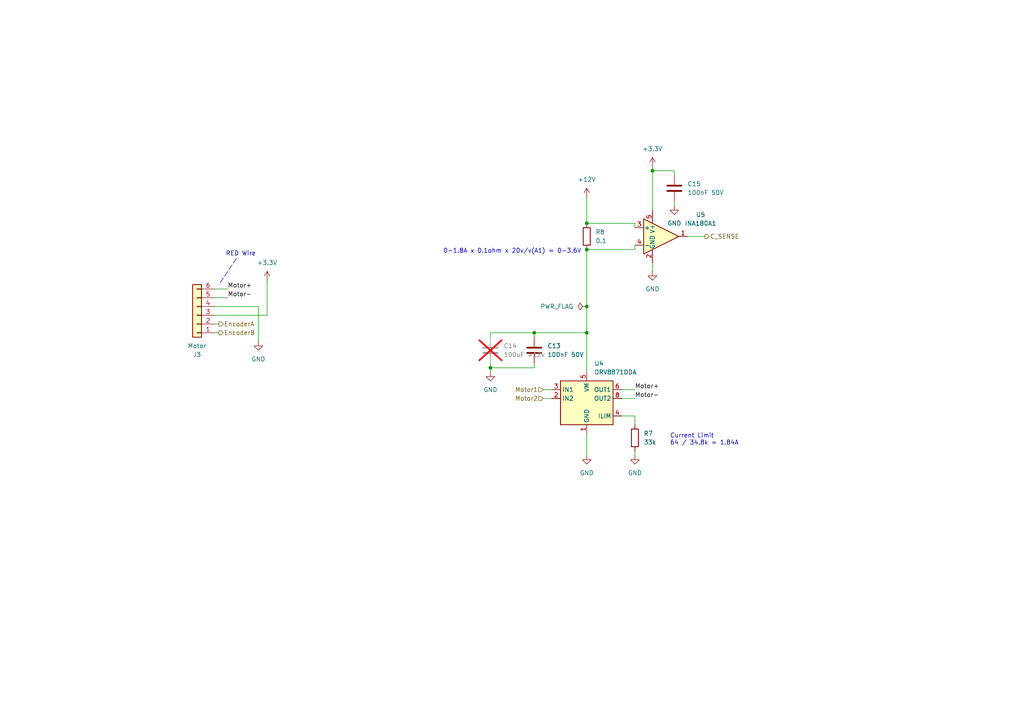
<source format=kicad_sch>
(kicad_sch
	(version 20231120)
	(generator "eeschema")
	(generator_version "8.0")
	(uuid "cc191954-77bb-4ad1-9fd4-174b382b35be")
	(paper "A4")
	(lib_symbols
		(symbol "Amplifier_Current:INA180A1"
			(pin_names
				(offset 0.127)
			)
			(exclude_from_sim no)
			(in_bom yes)
			(on_board yes)
			(property "Reference" "U"
				(at 3.81 3.81 0)
				(effects
					(font
						(size 1.27 1.27)
					)
					(justify left)
				)
			)
			(property "Value" "INA180A1"
				(at 3.81 -2.54 0)
				(effects
					(font
						(size 1.27 1.27)
					)
					(justify left)
				)
			)
			(property "Footprint" "Package_TO_SOT_SMD:SOT-23-5"
				(at 1.27 1.27 0)
				(effects
					(font
						(size 1.27 1.27)
					)
					(hide yes)
				)
			)
			(property "Datasheet" "http://www.ti.com/lit/ds/symlink/ina180.pdf"
				(at 3.81 3.81 0)
				(effects
					(font
						(size 1.27 1.27)
					)
					(hide yes)
				)
			)
			(property "Description" "Current Sense Amplifier, 1 Circuit, Rail-to-Rail, 26V, Gain 20 V/V, SOT-23-5"
				(at 0 0 0)
				(effects
					(font
						(size 1.27 1.27)
					)
					(hide yes)
				)
			)
			(property "ki_keywords" "current monitor shunt sensor"
				(at 0 0 0)
				(effects
					(font
						(size 1.27 1.27)
					)
					(hide yes)
				)
			)
			(property "ki_fp_filters" "SOT?23*"
				(at 0 0 0)
				(effects
					(font
						(size 1.27 1.27)
					)
					(hide yes)
				)
			)
			(symbol "INA180A1_0_1"
				(polyline
					(pts
						(xy 5.08 0) (xy -5.08 5.08) (xy -5.08 -5.08) (xy 5.08 0)
					)
					(stroke
						(width 0.254)
						(type default)
					)
					(fill
						(type background)
					)
				)
			)
			(symbol "INA180A1_1_1"
				(pin output line
					(at 7.62 0 180)
					(length 2.54)
					(name "~"
						(effects
							(font
								(size 1.27 1.27)
							)
						)
					)
					(number "1"
						(effects
							(font
								(size 1.27 1.27)
							)
						)
					)
				)
				(pin power_in line
					(at -2.54 -7.62 90)
					(length 3.81)
					(name "GND"
						(effects
							(font
								(size 1.27 1.27)
							)
						)
					)
					(number "2"
						(effects
							(font
								(size 1.27 1.27)
							)
						)
					)
				)
				(pin input line
					(at -7.62 2.54 0)
					(length 2.54)
					(name "+"
						(effects
							(font
								(size 1.27 1.27)
							)
						)
					)
					(number "3"
						(effects
							(font
								(size 1.27 1.27)
							)
						)
					)
				)
				(pin input line
					(at -7.62 -2.54 0)
					(length 2.54)
					(name "-"
						(effects
							(font
								(size 1.27 1.27)
							)
						)
					)
					(number "4"
						(effects
							(font
								(size 1.27 1.27)
							)
						)
					)
				)
				(pin power_in line
					(at -2.54 7.62 270)
					(length 3.81)
					(name "V+"
						(effects
							(font
								(size 1.27 1.27)
							)
						)
					)
					(number "5"
						(effects
							(font
								(size 1.27 1.27)
							)
						)
					)
				)
			)
		)
		(symbol "Connector_Generic:Conn_01x06"
			(pin_names
				(offset 1.016) hide)
			(exclude_from_sim no)
			(in_bom yes)
			(on_board yes)
			(property "Reference" "J"
				(at 0 7.62 0)
				(effects
					(font
						(size 1.27 1.27)
					)
				)
			)
			(property "Value" "Conn_01x06"
				(at 0 -10.16 0)
				(effects
					(font
						(size 1.27 1.27)
					)
				)
			)
			(property "Footprint" ""
				(at 0 0 0)
				(effects
					(font
						(size 1.27 1.27)
					)
					(hide yes)
				)
			)
			(property "Datasheet" "~"
				(at 0 0 0)
				(effects
					(font
						(size 1.27 1.27)
					)
					(hide yes)
				)
			)
			(property "Description" "Generic connector, single row, 01x06, script generated (kicad-library-utils/schlib/autogen/connector/)"
				(at 0 0 0)
				(effects
					(font
						(size 1.27 1.27)
					)
					(hide yes)
				)
			)
			(property "ki_keywords" "connector"
				(at 0 0 0)
				(effects
					(font
						(size 1.27 1.27)
					)
					(hide yes)
				)
			)
			(property "ki_fp_filters" "Connector*:*_1x??_*"
				(at 0 0 0)
				(effects
					(font
						(size 1.27 1.27)
					)
					(hide yes)
				)
			)
			(symbol "Conn_01x06_1_1"
				(rectangle
					(start -1.27 -7.493)
					(end 0 -7.747)
					(stroke
						(width 0.1524)
						(type default)
					)
					(fill
						(type none)
					)
				)
				(rectangle
					(start -1.27 -4.953)
					(end 0 -5.207)
					(stroke
						(width 0.1524)
						(type default)
					)
					(fill
						(type none)
					)
				)
				(rectangle
					(start -1.27 -2.413)
					(end 0 -2.667)
					(stroke
						(width 0.1524)
						(type default)
					)
					(fill
						(type none)
					)
				)
				(rectangle
					(start -1.27 0.127)
					(end 0 -0.127)
					(stroke
						(width 0.1524)
						(type default)
					)
					(fill
						(type none)
					)
				)
				(rectangle
					(start -1.27 2.667)
					(end 0 2.413)
					(stroke
						(width 0.1524)
						(type default)
					)
					(fill
						(type none)
					)
				)
				(rectangle
					(start -1.27 5.207)
					(end 0 4.953)
					(stroke
						(width 0.1524)
						(type default)
					)
					(fill
						(type none)
					)
				)
				(rectangle
					(start -1.27 6.35)
					(end 1.27 -8.89)
					(stroke
						(width 0.254)
						(type default)
					)
					(fill
						(type background)
					)
				)
				(pin passive line
					(at -5.08 5.08 0)
					(length 3.81)
					(name "Pin_1"
						(effects
							(font
								(size 1.27 1.27)
							)
						)
					)
					(number "1"
						(effects
							(font
								(size 1.27 1.27)
							)
						)
					)
				)
				(pin passive line
					(at -5.08 2.54 0)
					(length 3.81)
					(name "Pin_2"
						(effects
							(font
								(size 1.27 1.27)
							)
						)
					)
					(number "2"
						(effects
							(font
								(size 1.27 1.27)
							)
						)
					)
				)
				(pin passive line
					(at -5.08 0 0)
					(length 3.81)
					(name "Pin_3"
						(effects
							(font
								(size 1.27 1.27)
							)
						)
					)
					(number "3"
						(effects
							(font
								(size 1.27 1.27)
							)
						)
					)
				)
				(pin passive line
					(at -5.08 -2.54 0)
					(length 3.81)
					(name "Pin_4"
						(effects
							(font
								(size 1.27 1.27)
							)
						)
					)
					(number "4"
						(effects
							(font
								(size 1.27 1.27)
							)
						)
					)
				)
				(pin passive line
					(at -5.08 -5.08 0)
					(length 3.81)
					(name "Pin_5"
						(effects
							(font
								(size 1.27 1.27)
							)
						)
					)
					(number "5"
						(effects
							(font
								(size 1.27 1.27)
							)
						)
					)
				)
				(pin passive line
					(at -5.08 -7.62 0)
					(length 3.81)
					(name "Pin_6"
						(effects
							(font
								(size 1.27 1.27)
							)
						)
					)
					(number "6"
						(effects
							(font
								(size 1.27 1.27)
							)
						)
					)
				)
			)
		)
		(symbol "Device:C"
			(pin_numbers hide)
			(pin_names
				(offset 0.254)
			)
			(exclude_from_sim no)
			(in_bom yes)
			(on_board yes)
			(property "Reference" "C"
				(at 0.635 2.54 0)
				(effects
					(font
						(size 1.27 1.27)
					)
					(justify left)
				)
			)
			(property "Value" "C"
				(at 0.635 -2.54 0)
				(effects
					(font
						(size 1.27 1.27)
					)
					(justify left)
				)
			)
			(property "Footprint" ""
				(at 0.9652 -3.81 0)
				(effects
					(font
						(size 1.27 1.27)
					)
					(hide yes)
				)
			)
			(property "Datasheet" "~"
				(at 0 0 0)
				(effects
					(font
						(size 1.27 1.27)
					)
					(hide yes)
				)
			)
			(property "Description" "Unpolarized capacitor"
				(at 0 0 0)
				(effects
					(font
						(size 1.27 1.27)
					)
					(hide yes)
				)
			)
			(property "ki_keywords" "cap capacitor"
				(at 0 0 0)
				(effects
					(font
						(size 1.27 1.27)
					)
					(hide yes)
				)
			)
			(property "ki_fp_filters" "C_*"
				(at 0 0 0)
				(effects
					(font
						(size 1.27 1.27)
					)
					(hide yes)
				)
			)
			(symbol "C_0_1"
				(polyline
					(pts
						(xy -2.032 -0.762) (xy 2.032 -0.762)
					)
					(stroke
						(width 0.508)
						(type default)
					)
					(fill
						(type none)
					)
				)
				(polyline
					(pts
						(xy -2.032 0.762) (xy 2.032 0.762)
					)
					(stroke
						(width 0.508)
						(type default)
					)
					(fill
						(type none)
					)
				)
			)
			(symbol "C_1_1"
				(pin passive line
					(at 0 3.81 270)
					(length 2.794)
					(name "~"
						(effects
							(font
								(size 1.27 1.27)
							)
						)
					)
					(number "1"
						(effects
							(font
								(size 1.27 1.27)
							)
						)
					)
				)
				(pin passive line
					(at 0 -3.81 90)
					(length 2.794)
					(name "~"
						(effects
							(font
								(size 1.27 1.27)
							)
						)
					)
					(number "2"
						(effects
							(font
								(size 1.27 1.27)
							)
						)
					)
				)
			)
		)
		(symbol "Device:R"
			(pin_numbers hide)
			(pin_names
				(offset 0)
			)
			(exclude_from_sim no)
			(in_bom yes)
			(on_board yes)
			(property "Reference" "R"
				(at 2.032 0 90)
				(effects
					(font
						(size 1.27 1.27)
					)
				)
			)
			(property "Value" "R"
				(at 0 0 90)
				(effects
					(font
						(size 1.27 1.27)
					)
				)
			)
			(property "Footprint" ""
				(at -1.778 0 90)
				(effects
					(font
						(size 1.27 1.27)
					)
					(hide yes)
				)
			)
			(property "Datasheet" "~"
				(at 0 0 0)
				(effects
					(font
						(size 1.27 1.27)
					)
					(hide yes)
				)
			)
			(property "Description" "Resistor"
				(at 0 0 0)
				(effects
					(font
						(size 1.27 1.27)
					)
					(hide yes)
				)
			)
			(property "ki_keywords" "R res resistor"
				(at 0 0 0)
				(effects
					(font
						(size 1.27 1.27)
					)
					(hide yes)
				)
			)
			(property "ki_fp_filters" "R_*"
				(at 0 0 0)
				(effects
					(font
						(size 1.27 1.27)
					)
					(hide yes)
				)
			)
			(symbol "R_0_1"
				(rectangle
					(start -1.016 -2.54)
					(end 1.016 2.54)
					(stroke
						(width 0.254)
						(type default)
					)
					(fill
						(type none)
					)
				)
			)
			(symbol "R_1_1"
				(pin passive line
					(at 0 3.81 270)
					(length 1.27)
					(name "~"
						(effects
							(font
								(size 1.27 1.27)
							)
						)
					)
					(number "1"
						(effects
							(font
								(size 1.27 1.27)
							)
						)
					)
				)
				(pin passive line
					(at 0 -3.81 90)
					(length 1.27)
					(name "~"
						(effects
							(font
								(size 1.27 1.27)
							)
						)
					)
					(number "2"
						(effects
							(font
								(size 1.27 1.27)
							)
						)
					)
				)
			)
		)
		(symbol "Driver_Motor:DRV8871DDA"
			(exclude_from_sim no)
			(in_bom yes)
			(on_board yes)
			(property "Reference" "U"
				(at -6.35 6.35 0)
				(effects
					(font
						(size 1.27 1.27)
					)
				)
			)
			(property "Value" "DRV8871DDA"
				(at 8.89 6.35 0)
				(effects
					(font
						(size 1.27 1.27)
					)
				)
			)
			(property "Footprint" "Package_SO:Texas_HTSOP-8-1EP_3.9x4.9mm_P1.27mm_EP2.95x4.9mm_Mask2.4x3.1mm_ThermalVias"
				(at 6.35 -1.27 0)
				(effects
					(font
						(size 1.27 1.27)
					)
					(hide yes)
				)
			)
			(property "Datasheet" "http://www.ti.com/lit/ds/symlink/drv8871.pdf"
				(at 6.35 -1.27 0)
				(effects
					(font
						(size 1.27 1.27)
					)
					(hide yes)
				)
			)
			(property "Description" "Brushed DC Motor Driver, PWM Control, 45V, 3.6A, Current limiting, HTSOP-8"
				(at 0 0 0)
				(effects
					(font
						(size 1.27 1.27)
					)
					(hide yes)
				)
			)
			(property "ki_keywords" "H-bridge driver motor current limit"
				(at 0 0 0)
				(effects
					(font
						(size 1.27 1.27)
					)
					(hide yes)
				)
			)
			(property "ki_fp_filters" "Texas*HTSOP*1EP*3.9x4.9mm*P1.27mm*EP2.95x4.9mm*Mask2.4x3.1mm*"
				(at 0 0 0)
				(effects
					(font
						(size 1.27 1.27)
					)
					(hide yes)
				)
			)
			(symbol "DRV8871DDA_0_1"
				(rectangle
					(start -7.62 5.08)
					(end 7.62 -7.62)
					(stroke
						(width 0.254)
						(type default)
					)
					(fill
						(type background)
					)
				)
			)
			(symbol "DRV8871DDA_1_1"
				(pin power_in line
					(at 0 -10.16 90)
					(length 2.54)
					(name "GND"
						(effects
							(font
								(size 1.27 1.27)
							)
						)
					)
					(number "1"
						(effects
							(font
								(size 1.27 1.27)
							)
						)
					)
				)
				(pin input line
					(at -10.16 0 0)
					(length 2.54)
					(name "IN2"
						(effects
							(font
								(size 1.27 1.27)
							)
						)
					)
					(number "2"
						(effects
							(font
								(size 1.27 1.27)
							)
						)
					)
				)
				(pin input line
					(at -10.16 2.54 0)
					(length 2.54)
					(name "IN1"
						(effects
							(font
								(size 1.27 1.27)
							)
						)
					)
					(number "3"
						(effects
							(font
								(size 1.27 1.27)
							)
						)
					)
				)
				(pin passive line
					(at 10.16 -5.08 180)
					(length 2.54)
					(name "ILIM"
						(effects
							(font
								(size 1.27 1.27)
							)
						)
					)
					(number "4"
						(effects
							(font
								(size 1.27 1.27)
							)
						)
					)
				)
				(pin power_in line
					(at 0 7.62 270)
					(length 2.54)
					(name "VM"
						(effects
							(font
								(size 1.27 1.27)
							)
						)
					)
					(number "5"
						(effects
							(font
								(size 1.27 1.27)
							)
						)
					)
				)
				(pin output line
					(at 10.16 2.54 180)
					(length 2.54)
					(name "OUT1"
						(effects
							(font
								(size 1.27 1.27)
							)
						)
					)
					(number "6"
						(effects
							(font
								(size 1.27 1.27)
							)
						)
					)
				)
				(pin passive line
					(at 0 -10.16 90)
					(length 2.54) hide
					(name "GND"
						(effects
							(font
								(size 1.27 1.27)
							)
						)
					)
					(number "7"
						(effects
							(font
								(size 1.27 1.27)
							)
						)
					)
				)
				(pin output line
					(at 10.16 0 180)
					(length 2.54)
					(name "OUT2"
						(effects
							(font
								(size 1.27 1.27)
							)
						)
					)
					(number "8"
						(effects
							(font
								(size 1.27 1.27)
							)
						)
					)
				)
				(pin passive line
					(at 0 -10.16 90)
					(length 2.54) hide
					(name "GND"
						(effects
							(font
								(size 1.27 1.27)
							)
						)
					)
					(number "9"
						(effects
							(font
								(size 1.27 1.27)
							)
						)
					)
				)
			)
		)
		(symbol "power:+12V"
			(power)
			(pin_numbers hide)
			(pin_names
				(offset 0) hide)
			(exclude_from_sim no)
			(in_bom yes)
			(on_board yes)
			(property "Reference" "#PWR"
				(at 0 -3.81 0)
				(effects
					(font
						(size 1.27 1.27)
					)
					(hide yes)
				)
			)
			(property "Value" "+12V"
				(at 0 3.556 0)
				(effects
					(font
						(size 1.27 1.27)
					)
				)
			)
			(property "Footprint" ""
				(at 0 0 0)
				(effects
					(font
						(size 1.27 1.27)
					)
					(hide yes)
				)
			)
			(property "Datasheet" ""
				(at 0 0 0)
				(effects
					(font
						(size 1.27 1.27)
					)
					(hide yes)
				)
			)
			(property "Description" "Power symbol creates a global label with name \"+12V\""
				(at 0 0 0)
				(effects
					(font
						(size 1.27 1.27)
					)
					(hide yes)
				)
			)
			(property "ki_keywords" "global power"
				(at 0 0 0)
				(effects
					(font
						(size 1.27 1.27)
					)
					(hide yes)
				)
			)
			(symbol "+12V_0_1"
				(polyline
					(pts
						(xy -0.762 1.27) (xy 0 2.54)
					)
					(stroke
						(width 0)
						(type default)
					)
					(fill
						(type none)
					)
				)
				(polyline
					(pts
						(xy 0 0) (xy 0 2.54)
					)
					(stroke
						(width 0)
						(type default)
					)
					(fill
						(type none)
					)
				)
				(polyline
					(pts
						(xy 0 2.54) (xy 0.762 1.27)
					)
					(stroke
						(width 0)
						(type default)
					)
					(fill
						(type none)
					)
				)
			)
			(symbol "+12V_1_1"
				(pin power_in line
					(at 0 0 90)
					(length 0)
					(name "~"
						(effects
							(font
								(size 1.27 1.27)
							)
						)
					)
					(number "1"
						(effects
							(font
								(size 1.27 1.27)
							)
						)
					)
				)
			)
		)
		(symbol "power:+3.3V"
			(power)
			(pin_numbers hide)
			(pin_names
				(offset 0) hide)
			(exclude_from_sim no)
			(in_bom yes)
			(on_board yes)
			(property "Reference" "#PWR"
				(at 0 -3.81 0)
				(effects
					(font
						(size 1.27 1.27)
					)
					(hide yes)
				)
			)
			(property "Value" "+3.3V"
				(at 0 3.556 0)
				(effects
					(font
						(size 1.27 1.27)
					)
				)
			)
			(property "Footprint" ""
				(at 0 0 0)
				(effects
					(font
						(size 1.27 1.27)
					)
					(hide yes)
				)
			)
			(property "Datasheet" ""
				(at 0 0 0)
				(effects
					(font
						(size 1.27 1.27)
					)
					(hide yes)
				)
			)
			(property "Description" "Power symbol creates a global label with name \"+3.3V\""
				(at 0 0 0)
				(effects
					(font
						(size 1.27 1.27)
					)
					(hide yes)
				)
			)
			(property "ki_keywords" "global power"
				(at 0 0 0)
				(effects
					(font
						(size 1.27 1.27)
					)
					(hide yes)
				)
			)
			(symbol "+3.3V_0_1"
				(polyline
					(pts
						(xy -0.762 1.27) (xy 0 2.54)
					)
					(stroke
						(width 0)
						(type default)
					)
					(fill
						(type none)
					)
				)
				(polyline
					(pts
						(xy 0 0) (xy 0 2.54)
					)
					(stroke
						(width 0)
						(type default)
					)
					(fill
						(type none)
					)
				)
				(polyline
					(pts
						(xy 0 2.54) (xy 0.762 1.27)
					)
					(stroke
						(width 0)
						(type default)
					)
					(fill
						(type none)
					)
				)
			)
			(symbol "+3.3V_1_1"
				(pin power_in line
					(at 0 0 90)
					(length 0)
					(name "~"
						(effects
							(font
								(size 1.27 1.27)
							)
						)
					)
					(number "1"
						(effects
							(font
								(size 1.27 1.27)
							)
						)
					)
				)
			)
		)
		(symbol "power:GND"
			(power)
			(pin_numbers hide)
			(pin_names
				(offset 0) hide)
			(exclude_from_sim no)
			(in_bom yes)
			(on_board yes)
			(property "Reference" "#PWR"
				(at 0 -6.35 0)
				(effects
					(font
						(size 1.27 1.27)
					)
					(hide yes)
				)
			)
			(property "Value" "GND"
				(at 0 -3.81 0)
				(effects
					(font
						(size 1.27 1.27)
					)
				)
			)
			(property "Footprint" ""
				(at 0 0 0)
				(effects
					(font
						(size 1.27 1.27)
					)
					(hide yes)
				)
			)
			(property "Datasheet" ""
				(at 0 0 0)
				(effects
					(font
						(size 1.27 1.27)
					)
					(hide yes)
				)
			)
			(property "Description" "Power symbol creates a global label with name \"GND\" , ground"
				(at 0 0 0)
				(effects
					(font
						(size 1.27 1.27)
					)
					(hide yes)
				)
			)
			(property "ki_keywords" "global power"
				(at 0 0 0)
				(effects
					(font
						(size 1.27 1.27)
					)
					(hide yes)
				)
			)
			(symbol "GND_0_1"
				(polyline
					(pts
						(xy 0 0) (xy 0 -1.27) (xy 1.27 -1.27) (xy 0 -2.54) (xy -1.27 -1.27) (xy 0 -1.27)
					)
					(stroke
						(width 0)
						(type default)
					)
					(fill
						(type none)
					)
				)
			)
			(symbol "GND_1_1"
				(pin power_in line
					(at 0 0 270)
					(length 0)
					(name "~"
						(effects
							(font
								(size 1.27 1.27)
							)
						)
					)
					(number "1"
						(effects
							(font
								(size 1.27 1.27)
							)
						)
					)
				)
			)
		)
		(symbol "power:PWR_FLAG"
			(power)
			(pin_numbers hide)
			(pin_names
				(offset 0) hide)
			(exclude_from_sim no)
			(in_bom yes)
			(on_board yes)
			(property "Reference" "#FLG"
				(at 0 1.905 0)
				(effects
					(font
						(size 1.27 1.27)
					)
					(hide yes)
				)
			)
			(property "Value" "PWR_FLAG"
				(at 0 3.81 0)
				(effects
					(font
						(size 1.27 1.27)
					)
				)
			)
			(property "Footprint" ""
				(at 0 0 0)
				(effects
					(font
						(size 1.27 1.27)
					)
					(hide yes)
				)
			)
			(property "Datasheet" "~"
				(at 0 0 0)
				(effects
					(font
						(size 1.27 1.27)
					)
					(hide yes)
				)
			)
			(property "Description" "Special symbol for telling ERC where power comes from"
				(at 0 0 0)
				(effects
					(font
						(size 1.27 1.27)
					)
					(hide yes)
				)
			)
			(property "ki_keywords" "flag power"
				(at 0 0 0)
				(effects
					(font
						(size 1.27 1.27)
					)
					(hide yes)
				)
			)
			(symbol "PWR_FLAG_0_0"
				(pin power_out line
					(at 0 0 90)
					(length 0)
					(name "~"
						(effects
							(font
								(size 1.27 1.27)
							)
						)
					)
					(number "1"
						(effects
							(font
								(size 1.27 1.27)
							)
						)
					)
				)
			)
			(symbol "PWR_FLAG_0_1"
				(polyline
					(pts
						(xy 0 0) (xy 0 1.27) (xy -1.016 1.905) (xy 0 2.54) (xy 1.016 1.905) (xy 0 1.27)
					)
					(stroke
						(width 0)
						(type default)
					)
					(fill
						(type none)
					)
				)
			)
		)
	)
	(junction
		(at 170.18 88.9)
		(diameter 0)
		(color 0 0 0 0)
		(uuid "3811452d-0618-4c14-b54e-5c7f7b3abce9")
	)
	(junction
		(at 154.94 96.52)
		(diameter 0)
		(color 0 0 0 0)
		(uuid "600219bc-0242-4353-9edc-3e1822c48c20")
	)
	(junction
		(at 170.18 96.52)
		(diameter 0)
		(color 0 0 0 0)
		(uuid "a28cd303-092d-44af-bc7f-cf4958c51183")
	)
	(junction
		(at 189.23 49.53)
		(diameter 0)
		(color 0 0 0 0)
		(uuid "b80e1246-02c0-4269-8a95-e04100af2c71")
	)
	(junction
		(at 170.18 72.39)
		(diameter 0)
		(color 0 0 0 0)
		(uuid "dad627d1-7c99-47bf-be79-a574d0f9dcd9")
	)
	(junction
		(at 142.24 106.68)
		(diameter 0)
		(color 0 0 0 0)
		(uuid "eb8f6b66-6bbd-42ee-bb3b-bf21213c3806")
	)
	(junction
		(at 170.18 64.77)
		(diameter 0)
		(color 0 0 0 0)
		(uuid "f0db6d25-cd33-4663-b83b-26386caee1ae")
	)
	(wire
		(pts
			(xy 62.23 88.9) (xy 74.93 88.9)
		)
		(stroke
			(width 0)
			(type default)
		)
		(uuid "013410ca-cc5f-4bc0-b827-fee7b9fefe35")
	)
	(wire
		(pts
			(xy 184.15 120.65) (xy 184.15 123.19)
		)
		(stroke
			(width 0)
			(type default)
		)
		(uuid "041c3064-92a1-4dc4-94a0-77ea47a824b8")
	)
	(wire
		(pts
			(xy 66.04 86.36) (xy 62.23 86.36)
		)
		(stroke
			(width 0)
			(type default)
		)
		(uuid "073ec930-4f8a-43f2-92bc-45150e35d67e")
	)
	(wire
		(pts
			(xy 189.23 76.2) (xy 189.23 78.74)
		)
		(stroke
			(width 0)
			(type default)
		)
		(uuid "1ea978b0-26cd-4b5c-ab63-820e08239402")
	)
	(wire
		(pts
			(xy 77.47 91.44) (xy 77.47 81.28)
		)
		(stroke
			(width 0)
			(type default)
		)
		(uuid "210ea4b8-01b6-4a22-9bfe-2e8bc4faf61e")
	)
	(wire
		(pts
			(xy 170.18 64.77) (xy 184.15 64.77)
		)
		(stroke
			(width 0)
			(type default)
		)
		(uuid "2543cda3-4657-4be9-b449-5f871e18b7b7")
	)
	(wire
		(pts
			(xy 142.24 106.68) (xy 154.94 106.68)
		)
		(stroke
			(width 0)
			(type default)
		)
		(uuid "25780644-413c-44e2-8da1-ae9a0fb9835b")
	)
	(wire
		(pts
			(xy 154.94 105.41) (xy 154.94 106.68)
		)
		(stroke
			(width 0)
			(type default)
		)
		(uuid "278fbdb9-ef74-466d-9eb5-74f37113c55a")
	)
	(wire
		(pts
			(xy 62.23 91.44) (xy 77.47 91.44)
		)
		(stroke
			(width 0)
			(type default)
		)
		(uuid "2bb25d0a-0f10-403a-a2d8-15f4f6574f6d")
	)
	(wire
		(pts
			(xy 142.24 96.52) (xy 142.24 97.79)
		)
		(stroke
			(width 0)
			(type default)
		)
		(uuid "328998ed-5984-46bc-a9a8-cf2c70580135")
	)
	(wire
		(pts
			(xy 195.58 58.42) (xy 195.58 59.69)
		)
		(stroke
			(width 0)
			(type default)
		)
		(uuid "4344f87a-a5b6-419a-a575-fbbadfe1abd3")
	)
	(wire
		(pts
			(xy 199.39 68.58) (xy 204.47 68.58)
		)
		(stroke
			(width 0)
			(type default)
		)
		(uuid "43568986-e50f-4ee7-933d-fcad38821536")
	)
	(wire
		(pts
			(xy 180.34 120.65) (xy 184.15 120.65)
		)
		(stroke
			(width 0)
			(type default)
		)
		(uuid "44ffa19c-0f3f-4e85-afd7-8dd68500c2ab")
	)
	(wire
		(pts
			(xy 157.48 115.57) (xy 160.02 115.57)
		)
		(stroke
			(width 0)
			(type default)
		)
		(uuid "506f9892-90bf-4b98-baaa-c551b6ceff8c")
	)
	(wire
		(pts
			(xy 170.18 96.52) (xy 154.94 96.52)
		)
		(stroke
			(width 0)
			(type default)
		)
		(uuid "5db1e2f2-3134-4c5a-97f3-23e53e961775")
	)
	(wire
		(pts
			(xy 184.15 71.12) (xy 184.15 72.39)
		)
		(stroke
			(width 0)
			(type default)
		)
		(uuid "603b5f3f-12c7-4aa0-9b54-a4e510fb8b30")
	)
	(wire
		(pts
			(xy 170.18 72.39) (xy 170.18 88.9)
		)
		(stroke
			(width 0)
			(type default)
		)
		(uuid "636dd85e-c0be-45db-8afd-85d5b82a1faf")
	)
	(wire
		(pts
			(xy 157.48 113.03) (xy 160.02 113.03)
		)
		(stroke
			(width 0)
			(type default)
		)
		(uuid "6fae18f5-e878-4fe4-9447-2a32219d6c62")
	)
	(wire
		(pts
			(xy 62.23 96.52) (xy 63.5 96.52)
		)
		(stroke
			(width 0)
			(type default)
		)
		(uuid "72b19a1c-388a-43ed-9ce2-c35d3c408cd2")
	)
	(wire
		(pts
			(xy 195.58 49.53) (xy 195.58 50.8)
		)
		(stroke
			(width 0)
			(type default)
		)
		(uuid "7b42d082-2224-46a0-b1dd-ca3f24494781")
	)
	(wire
		(pts
			(xy 142.24 106.68) (xy 142.24 105.41)
		)
		(stroke
			(width 0)
			(type default)
		)
		(uuid "7fe3addf-71e7-450a-96ef-9cc76faecabc")
	)
	(polyline
		(pts
			(xy 68.58 74.93) (xy 63.5 82.55)
		)
		(stroke
			(width 0)
			(type dash)
		)
		(uuid "81d18df3-d80f-435f-9204-033779996f40")
	)
	(wire
		(pts
			(xy 189.23 49.53) (xy 195.58 49.53)
		)
		(stroke
			(width 0)
			(type default)
		)
		(uuid "81e0213d-3583-4dec-a4b4-5c02efae8f56")
	)
	(wire
		(pts
			(xy 74.93 88.9) (xy 74.93 99.06)
		)
		(stroke
			(width 0)
			(type default)
		)
		(uuid "82e86c32-5b61-4cea-97bd-f10656d36f91")
	)
	(wire
		(pts
			(xy 170.18 72.39) (xy 184.15 72.39)
		)
		(stroke
			(width 0)
			(type default)
		)
		(uuid "8643b19d-4574-4d27-8047-d17d52b64fe3")
	)
	(wire
		(pts
			(xy 180.34 113.03) (xy 184.15 113.03)
		)
		(stroke
			(width 0)
			(type default)
		)
		(uuid "8693a098-b8d4-478c-a2ed-39f396b1dcab")
	)
	(wire
		(pts
			(xy 180.34 115.57) (xy 184.15 115.57)
		)
		(stroke
			(width 0)
			(type default)
		)
		(uuid "917afb8b-267d-44db-94c0-e1959271b488")
	)
	(wire
		(pts
			(xy 170.18 96.52) (xy 170.18 107.95)
		)
		(stroke
			(width 0)
			(type default)
		)
		(uuid "94020e2c-a208-4645-abb6-8d3bf8bbdf0f")
	)
	(wire
		(pts
			(xy 184.15 64.77) (xy 184.15 66.04)
		)
		(stroke
			(width 0)
			(type default)
		)
		(uuid "aa7a6def-46e1-4868-bc2d-3a67e90339c6")
	)
	(wire
		(pts
			(xy 142.24 107.95) (xy 142.24 106.68)
		)
		(stroke
			(width 0)
			(type default)
		)
		(uuid "b1481cbf-0196-4964-aa55-d362419092e8")
	)
	(wire
		(pts
			(xy 170.18 88.9) (xy 170.18 96.52)
		)
		(stroke
			(width 0)
			(type default)
		)
		(uuid "b333c56e-f881-4ab4-b555-8ad2eb5cb038")
	)
	(wire
		(pts
			(xy 189.23 49.53) (xy 189.23 60.96)
		)
		(stroke
			(width 0)
			(type default)
		)
		(uuid "b6391fa3-9db0-450d-8bfb-1560c66a3af7")
	)
	(wire
		(pts
			(xy 62.23 83.82) (xy 66.04 83.82)
		)
		(stroke
			(width 0)
			(type default)
		)
		(uuid "bb0b9394-91a0-4e2b-acdd-70162bb02da7")
	)
	(wire
		(pts
			(xy 170.18 125.73) (xy 170.18 132.08)
		)
		(stroke
			(width 0)
			(type default)
		)
		(uuid "be5ec76b-88c3-4e8e-8e89-31ef5fd57032")
	)
	(wire
		(pts
			(xy 62.23 93.98) (xy 63.5 93.98)
		)
		(stroke
			(width 0)
			(type default)
		)
		(uuid "c7ec6739-5dd0-4632-beb8-9186ca186e81")
	)
	(wire
		(pts
			(xy 184.15 130.81) (xy 184.15 132.08)
		)
		(stroke
			(width 0)
			(type default)
		)
		(uuid "c968b692-d7d8-457b-b702-027fc3c87996")
	)
	(wire
		(pts
			(xy 154.94 96.52) (xy 142.24 96.52)
		)
		(stroke
			(width 0)
			(type default)
		)
		(uuid "db444201-8581-4131-aa14-a6253d92318e")
	)
	(wire
		(pts
			(xy 170.18 57.15) (xy 170.18 64.77)
		)
		(stroke
			(width 0)
			(type default)
		)
		(uuid "e673c7ea-19f9-4134-961b-b74c6c82372a")
	)
	(wire
		(pts
			(xy 189.23 48.26) (xy 189.23 49.53)
		)
		(stroke
			(width 0)
			(type default)
		)
		(uuid "e6ae147c-d2e9-48fb-9ad5-776662b86c48")
	)
	(wire
		(pts
			(xy 154.94 96.52) (xy 154.94 97.79)
		)
		(stroke
			(width 0)
			(type default)
		)
		(uuid "f75d641b-1ba1-41c2-ae23-0683bfe1ab3e")
	)
	(text "RED Wire"
		(exclude_from_sim no)
		(at 69.85 73.66 0)
		(effects
			(font
				(size 1.27 1.27)
			)
		)
		(uuid "3b757e70-26e4-459a-b75b-709b9ce97697")
	)
	(text "Current Limit\n64 / 34.8k = 1.84A"
		(exclude_from_sim no)
		(at 194.31 127.508 0)
		(effects
			(font
				(size 1.27 1.27)
			)
			(justify left)
		)
		(uuid "9fa70ae4-d4a0-4d16-925a-f957a964246b")
	)
	(text "0-1.8A x 0.1ohm x 20v/v(A1) = 0-3.6V"
		(exclude_from_sim no)
		(at 128.524 72.898 0)
		(effects
			(font
				(size 1.27 1.27)
			)
			(justify left)
		)
		(uuid "ada7f193-73ed-40cd-953c-09e0fddac927")
	)
	(label "Motor-"
		(at 66.04 86.36 0)
		(fields_autoplaced yes)
		(effects
			(font
				(size 1.27 1.27)
			)
			(justify left bottom)
		)
		(uuid "0a2927ca-e259-42c0-8fd5-2dcf10fe8862")
	)
	(label "Motor+"
		(at 184.15 113.03 0)
		(fields_autoplaced yes)
		(effects
			(font
				(size 1.27 1.27)
			)
			(justify left bottom)
		)
		(uuid "3a0e03a8-26b3-47d5-9eb8-3a2142012de3")
	)
	(label "Motor-"
		(at 184.15 115.57 0)
		(fields_autoplaced yes)
		(effects
			(font
				(size 1.27 1.27)
			)
			(justify left bottom)
		)
		(uuid "be0c31f4-908d-44c6-bea0-97ec7731f264")
	)
	(label "Motor+"
		(at 66.04 83.82 0)
		(fields_autoplaced yes)
		(effects
			(font
				(size 1.27 1.27)
			)
			(justify left bottom)
		)
		(uuid "faa07909-3e11-4bcc-839a-9b1bf1ce7131")
	)
	(hierarchical_label "EncoderB"
		(shape output)
		(at 63.5 96.52 0)
		(fields_autoplaced yes)
		(effects
			(font
				(size 1.27 1.27)
			)
			(justify left)
		)
		(uuid "420091ed-41f0-4dc3-b760-abdf17e67bf4")
	)
	(hierarchical_label "Motor1"
		(shape input)
		(at 157.48 113.03 180)
		(fields_autoplaced yes)
		(effects
			(font
				(size 1.27 1.27)
			)
			(justify right)
		)
		(uuid "6204caf7-30b9-42fa-8ad7-f75718ba4abc")
	)
	(hierarchical_label "Motor2"
		(shape input)
		(at 157.48 115.57 180)
		(fields_autoplaced yes)
		(effects
			(font
				(size 1.27 1.27)
			)
			(justify right)
		)
		(uuid "7e44e788-6034-4ca3-87a9-e41f553a3e32")
	)
	(hierarchical_label "C_SENSE"
		(shape output)
		(at 204.47 68.58 0)
		(fields_autoplaced yes)
		(effects
			(font
				(size 1.27 1.27)
			)
			(justify left)
		)
		(uuid "8a1ff3f8-d4b2-4dbe-b781-d29781413023")
	)
	(hierarchical_label "EncoderA"
		(shape output)
		(at 63.5 93.98 0)
		(fields_autoplaced yes)
		(effects
			(font
				(size 1.27 1.27)
			)
			(justify left)
		)
		(uuid "bb205c9b-fe65-4eb1-b25b-7a84c1f86e89")
	)
	(symbol
		(lib_id "power:+3.3V")
		(at 189.23 48.26 0)
		(unit 1)
		(exclude_from_sim no)
		(in_bom yes)
		(on_board yes)
		(dnp no)
		(fields_autoplaced yes)
		(uuid "08d35068-67a5-408e-a357-1faf33ab424d")
		(property "Reference" "#PWR025"
			(at 189.23 52.07 0)
			(effects
				(font
					(size 1.27 1.27)
				)
				(hide yes)
			)
		)
		(property "Value" "+3.3V"
			(at 189.23 43.18 0)
			(effects
				(font
					(size 1.27 1.27)
				)
			)
		)
		(property "Footprint" ""
			(at 189.23 48.26 0)
			(effects
				(font
					(size 1.27 1.27)
				)
				(hide yes)
			)
		)
		(property "Datasheet" ""
			(at 189.23 48.26 0)
			(effects
				(font
					(size 1.27 1.27)
				)
				(hide yes)
			)
		)
		(property "Description" "Power symbol creates a global label with name \"+3.3V\""
			(at 189.23 48.26 0)
			(effects
				(font
					(size 1.27 1.27)
				)
				(hide yes)
			)
		)
		(pin "1"
			(uuid "1fd25e11-eabf-4f34-b6f3-59e0118367fe")
		)
		(instances
			(project "control_board"
				(path "/a9e9e47c-fdf9-4a91-a194-c26e8c34c5a5/fb42fd5b-21fd-43d3-9ddb-212901e62631"
					(reference "#PWR025")
					(unit 1)
				)
			)
		)
	)
	(symbol
		(lib_id "Device:C")
		(at 195.58 54.61 0)
		(unit 1)
		(exclude_from_sim no)
		(in_bom yes)
		(on_board yes)
		(dnp no)
		(fields_autoplaced yes)
		(uuid "14c776ef-ae3d-4116-ad5e-af4301232204")
		(property "Reference" "C15"
			(at 199.39 53.3399 0)
			(effects
				(font
					(size 1.27 1.27)
				)
				(justify left)
			)
		)
		(property "Value" "100nF 50V"
			(at 199.39 55.8799 0)
			(effects
				(font
					(size 1.27 1.27)
				)
				(justify left)
			)
		)
		(property "Footprint" "Capacitor_SMD:C_0603_1608Metric"
			(at 196.5452 58.42 0)
			(effects
				(font
					(size 1.27 1.27)
				)
				(hide yes)
			)
		)
		(property "Datasheet" "~"
			(at 195.58 54.61 0)
			(effects
				(font
					(size 1.27 1.27)
				)
				(hide yes)
			)
		)
		(property "Description" "Unpolarized capacitor"
			(at 195.58 54.61 0)
			(effects
				(font
					(size 1.27 1.27)
				)
				(hide yes)
			)
		)
		(property "LCSC Part#" " C14663"
			(at 195.58 54.61 0)
			(effects
				(font
					(size 1.27 1.27)
				)
				(hide yes)
			)
		)
		(pin "1"
			(uuid "8f12fb34-a4fd-4f83-a0a9-eff73367a2fb")
		)
		(pin "2"
			(uuid "6e11bcfd-4434-430b-b825-ac0a4f1c6ab0")
		)
		(instances
			(project "control_board"
				(path "/a9e9e47c-fdf9-4a91-a194-c26e8c34c5a5/fb42fd5b-21fd-43d3-9ddb-212901e62631"
					(reference "C15")
					(unit 1)
				)
			)
		)
	)
	(symbol
		(lib_id "Device:R")
		(at 184.15 127 180)
		(unit 1)
		(exclude_from_sim no)
		(in_bom yes)
		(on_board yes)
		(dnp no)
		(fields_autoplaced yes)
		(uuid "16145c68-7802-4d8d-990a-811f3649384a")
		(property "Reference" "R7"
			(at 186.69 125.7299 0)
			(effects
				(font
					(size 1.27 1.27)
				)
				(justify right)
			)
		)
		(property "Value" "33k"
			(at 186.69 128.2699 0)
			(effects
				(font
					(size 1.27 1.27)
				)
				(justify right)
			)
		)
		(property "Footprint" "PCM_Resistor_SMD_AKL:R_0603_1608Metric"
			(at 185.928 127 90)
			(effects
				(font
					(size 1.27 1.27)
				)
				(hide yes)
			)
		)
		(property "Datasheet" "~"
			(at 184.15 127 0)
			(effects
				(font
					(size 1.27 1.27)
				)
				(hide yes)
			)
		)
		(property "Description" "Resistor"
			(at 184.15 127 0)
			(effects
				(font
					(size 1.27 1.27)
				)
				(hide yes)
			)
		)
		(property "LCSC Part#" " C4216"
			(at 184.15 127 0)
			(effects
				(font
					(size 1.27 1.27)
				)
				(hide yes)
			)
		)
		(pin "1"
			(uuid "cd0cbafd-3eed-4a00-b2fb-2a5d340f7b57")
		)
		(pin "2"
			(uuid "0381b226-f427-475c-abaa-8409c9fb4bbe")
		)
		(instances
			(project "control_board"
				(path "/a9e9e47c-fdf9-4a91-a194-c26e8c34c5a5/fb42fd5b-21fd-43d3-9ddb-212901e62631"
					(reference "R7")
					(unit 1)
				)
			)
		)
	)
	(symbol
		(lib_id "power:GND")
		(at 170.18 132.08 0)
		(unit 1)
		(exclude_from_sim no)
		(in_bom yes)
		(on_board yes)
		(dnp no)
		(fields_autoplaced yes)
		(uuid "1917c409-db4e-467a-af3a-b7fb50ad6163")
		(property "Reference" "#PWR022"
			(at 170.18 138.43 0)
			(effects
				(font
					(size 1.27 1.27)
				)
				(hide yes)
			)
		)
		(property "Value" "GND"
			(at 170.18 137.16 0)
			(effects
				(font
					(size 1.27 1.27)
				)
			)
		)
		(property "Footprint" ""
			(at 170.18 132.08 0)
			(effects
				(font
					(size 1.27 1.27)
				)
				(hide yes)
			)
		)
		(property "Datasheet" ""
			(at 170.18 132.08 0)
			(effects
				(font
					(size 1.27 1.27)
				)
				(hide yes)
			)
		)
		(property "Description" "Power symbol creates a global label with name \"GND\" , ground"
			(at 170.18 132.08 0)
			(effects
				(font
					(size 1.27 1.27)
				)
				(hide yes)
			)
		)
		(pin "1"
			(uuid "a6d26c76-52b8-4dab-8a40-609ab6488e0b")
		)
		(instances
			(project "control_board"
				(path "/a9e9e47c-fdf9-4a91-a194-c26e8c34c5a5/fb42fd5b-21fd-43d3-9ddb-212901e62631"
					(reference "#PWR022")
					(unit 1)
				)
			)
		)
	)
	(symbol
		(lib_id "power:GND")
		(at 189.23 78.74 0)
		(unit 1)
		(exclude_from_sim no)
		(in_bom yes)
		(on_board yes)
		(dnp no)
		(fields_autoplaced yes)
		(uuid "369a4b7a-98cb-4e73-ad8f-b7a51bc17007")
		(property "Reference" "#PWR024"
			(at 189.23 85.09 0)
			(effects
				(font
					(size 1.27 1.27)
				)
				(hide yes)
			)
		)
		(property "Value" "GND"
			(at 189.23 83.82 0)
			(effects
				(font
					(size 1.27 1.27)
				)
			)
		)
		(property "Footprint" ""
			(at 189.23 78.74 0)
			(effects
				(font
					(size 1.27 1.27)
				)
				(hide yes)
			)
		)
		(property "Datasheet" ""
			(at 189.23 78.74 0)
			(effects
				(font
					(size 1.27 1.27)
				)
				(hide yes)
			)
		)
		(property "Description" "Power symbol creates a global label with name \"GND\" , ground"
			(at 189.23 78.74 0)
			(effects
				(font
					(size 1.27 1.27)
				)
				(hide yes)
			)
		)
		(pin "1"
			(uuid "3a542259-87a2-42c1-a5b6-9d8d668e9d7f")
		)
		(instances
			(project "control_board"
				(path "/a9e9e47c-fdf9-4a91-a194-c26e8c34c5a5/fb42fd5b-21fd-43d3-9ddb-212901e62631"
					(reference "#PWR024")
					(unit 1)
				)
			)
		)
	)
	(symbol
		(lib_id "Device:C")
		(at 142.24 101.6 0)
		(unit 1)
		(exclude_from_sim no)
		(in_bom yes)
		(on_board yes)
		(dnp yes)
		(fields_autoplaced yes)
		(uuid "4c03d17e-f242-4959-a255-68ba7cbe2fa0")
		(property "Reference" "C14"
			(at 146.05 100.3299 0)
			(effects
				(font
					(size 1.27 1.27)
				)
				(justify left)
			)
		)
		(property "Value" "100uF >12v"
			(at 146.05 102.8699 0)
			(effects
				(font
					(size 1.27 1.27)
				)
				(justify left)
			)
		)
		(property "Footprint" "Capacitor_SMD:C_1206_3216Metric"
			(at 143.2052 105.41 0)
			(effects
				(font
					(size 1.27 1.27)
				)
				(hide yes)
			)
		)
		(property "Datasheet" "~"
			(at 142.24 101.6 0)
			(effects
				(font
					(size 1.27 1.27)
				)
				(hide yes)
			)
		)
		(property "Description" "Unpolarized capacitor"
			(at 142.24 101.6 0)
			(effects
				(font
					(size 1.27 1.27)
				)
				(hide yes)
			)
		)
		(property "LCSC Part#" ""
			(at 142.24 101.6 0)
			(effects
				(font
					(size 1.27 1.27)
				)
				(hide yes)
			)
		)
		(pin "2"
			(uuid "d4684b8c-d9fd-49ba-874d-d9c165223ab9")
		)
		(pin "1"
			(uuid "25ed7554-89cb-4d41-9351-d9ba1c634d3c")
		)
		(instances
			(project "control_board"
				(path "/a9e9e47c-fdf9-4a91-a194-c26e8c34c5a5/fb42fd5b-21fd-43d3-9ddb-212901e62631"
					(reference "C14")
					(unit 1)
				)
			)
		)
	)
	(symbol
		(lib_id "Driver_Motor:DRV8871DDA")
		(at 170.18 115.57 0)
		(unit 1)
		(exclude_from_sim no)
		(in_bom yes)
		(on_board yes)
		(dnp no)
		(fields_autoplaced yes)
		(uuid "59b73ad1-257b-4506-8b8d-4e3954610fef")
		(property "Reference" "U4"
			(at 172.3741 105.41 0)
			(effects
				(font
					(size 1.27 1.27)
				)
				(justify left)
			)
		)
		(property "Value" "DRV8871DDA"
			(at 172.3741 107.95 0)
			(effects
				(font
					(size 1.27 1.27)
				)
				(justify left)
			)
		)
		(property "Footprint" "Package_SO:Texas_HTSOP-8-1EP_3.9x4.9mm_P1.27mm_EP2.95x4.9mm_Mask2.4x3.1mm_ThermalVias"
			(at 176.53 116.84 0)
			(effects
				(font
					(size 1.27 1.27)
				)
				(hide yes)
			)
		)
		(property "Datasheet" "http://www.ti.com/lit/ds/symlink/drv8871.pdf"
			(at 176.53 116.84 0)
			(effects
				(font
					(size 1.27 1.27)
				)
				(hide yes)
			)
		)
		(property "Description" "Brushed DC Motor Driver, PWM Control, 45V, 3.6A, Current limiting, HTSOP-8"
			(at 170.18 115.57 0)
			(effects
				(font
					(size 1.27 1.27)
				)
				(hide yes)
			)
		)
		(property "LCSC Part#" "C75864"
			(at 170.18 115.57 0)
			(effects
				(font
					(size 1.27 1.27)
				)
				(hide yes)
			)
		)
		(pin "6"
			(uuid "32388e08-1244-4879-b994-4132d0fee66c")
		)
		(pin "4"
			(uuid "34b9b9ad-71b1-43f4-b0cd-7310158730da")
		)
		(pin "2"
			(uuid "3e586d71-d2d3-4758-a82d-c46471039e96")
		)
		(pin "8"
			(uuid "4e34a3f6-b3c4-49e4-9fb2-3225e4282c7f")
		)
		(pin "7"
			(uuid "8e81e76e-51b0-4720-a529-e721a76f6f30")
		)
		(pin "9"
			(uuid "b0c017e6-0c65-4e01-b39d-7cb08db3213c")
		)
		(pin "5"
			(uuid "54e56390-1bd8-4bda-81cd-9733a1f249c6")
		)
		(pin "1"
			(uuid "f554fadc-220c-4706-82c0-4e9d7f01c7d6")
		)
		(pin "3"
			(uuid "8dec0147-10e7-44e4-8318-50ff039000c8")
		)
		(instances
			(project "control_board"
				(path "/a9e9e47c-fdf9-4a91-a194-c26e8c34c5a5/fb42fd5b-21fd-43d3-9ddb-212901e62631"
					(reference "U4")
					(unit 1)
				)
			)
		)
	)
	(symbol
		(lib_id "power:GND")
		(at 195.58 59.69 0)
		(unit 1)
		(exclude_from_sim no)
		(in_bom yes)
		(on_board yes)
		(dnp no)
		(fields_autoplaced yes)
		(uuid "757ff511-a9bb-41f8-b773-e0735b75725f")
		(property "Reference" "#PWR027"
			(at 195.58 66.04 0)
			(effects
				(font
					(size 1.27 1.27)
				)
				(hide yes)
			)
		)
		(property "Value" "GND"
			(at 195.58 64.77 0)
			(effects
				(font
					(size 1.27 1.27)
				)
			)
		)
		(property "Footprint" ""
			(at 195.58 59.69 0)
			(effects
				(font
					(size 1.27 1.27)
				)
				(hide yes)
			)
		)
		(property "Datasheet" ""
			(at 195.58 59.69 0)
			(effects
				(font
					(size 1.27 1.27)
				)
				(hide yes)
			)
		)
		(property "Description" "Power symbol creates a global label with name \"GND\" , ground"
			(at 195.58 59.69 0)
			(effects
				(font
					(size 1.27 1.27)
				)
				(hide yes)
			)
		)
		(pin "1"
			(uuid "eb6febc5-baac-4586-bc59-05a20d51fda8")
		)
		(instances
			(project "control_board"
				(path "/a9e9e47c-fdf9-4a91-a194-c26e8c34c5a5/fb42fd5b-21fd-43d3-9ddb-212901e62631"
					(reference "#PWR027")
					(unit 1)
				)
			)
		)
	)
	(symbol
		(lib_id "power:GND")
		(at 184.15 132.08 0)
		(unit 1)
		(exclude_from_sim no)
		(in_bom yes)
		(on_board yes)
		(dnp no)
		(fields_autoplaced yes)
		(uuid "8adf8fdb-1917-450b-88a1-7b9a7f04a6d1")
		(property "Reference" "#PWR023"
			(at 184.15 138.43 0)
			(effects
				(font
					(size 1.27 1.27)
				)
				(hide yes)
			)
		)
		(property "Value" "GND"
			(at 184.15 137.16 0)
			(effects
				(font
					(size 1.27 1.27)
				)
			)
		)
		(property "Footprint" ""
			(at 184.15 132.08 0)
			(effects
				(font
					(size 1.27 1.27)
				)
				(hide yes)
			)
		)
		(property "Datasheet" ""
			(at 184.15 132.08 0)
			(effects
				(font
					(size 1.27 1.27)
				)
				(hide yes)
			)
		)
		(property "Description" "Power symbol creates a global label with name \"GND\" , ground"
			(at 184.15 132.08 0)
			(effects
				(font
					(size 1.27 1.27)
				)
				(hide yes)
			)
		)
		(pin "1"
			(uuid "be6604de-e006-4b57-8e7c-c7e63391541a")
		)
		(instances
			(project "control_board"
				(path "/a9e9e47c-fdf9-4a91-a194-c26e8c34c5a5/fb42fd5b-21fd-43d3-9ddb-212901e62631"
					(reference "#PWR023")
					(unit 1)
				)
			)
		)
	)
	(symbol
		(lib_id "Device:C")
		(at 154.94 101.6 0)
		(unit 1)
		(exclude_from_sim no)
		(in_bom yes)
		(on_board yes)
		(dnp no)
		(fields_autoplaced yes)
		(uuid "8fb13069-c4da-4e98-b2f7-d733ff9fb9c8")
		(property "Reference" "C13"
			(at 158.75 100.3299 0)
			(effects
				(font
					(size 1.27 1.27)
				)
				(justify left)
			)
		)
		(property "Value" "100nF 50V"
			(at 158.75 102.8699 0)
			(effects
				(font
					(size 1.27 1.27)
				)
				(justify left)
			)
		)
		(property "Footprint" "Capacitor_SMD:C_0603_1608Metric"
			(at 155.9052 105.41 0)
			(effects
				(font
					(size 1.27 1.27)
				)
				(hide yes)
			)
		)
		(property "Datasheet" "~"
			(at 154.94 101.6 0)
			(effects
				(font
					(size 1.27 1.27)
				)
				(hide yes)
			)
		)
		(property "Description" "Unpolarized capacitor"
			(at 154.94 101.6 0)
			(effects
				(font
					(size 1.27 1.27)
				)
				(hide yes)
			)
		)
		(property "LCSC Part#" " C14663"
			(at 154.94 101.6 0)
			(effects
				(font
					(size 1.27 1.27)
				)
				(hide yes)
			)
		)
		(pin "1"
			(uuid "0607ad33-a4a6-42bf-9532-4d5993bb3736")
		)
		(pin "2"
			(uuid "9edd8e3a-2553-4770-94cc-73910efd7a2c")
		)
		(instances
			(project "control_board"
				(path "/a9e9e47c-fdf9-4a91-a194-c26e8c34c5a5/fb42fd5b-21fd-43d3-9ddb-212901e62631"
					(reference "C13")
					(unit 1)
				)
			)
		)
	)
	(symbol
		(lib_id "power:GND")
		(at 142.24 107.95 0)
		(unit 1)
		(exclude_from_sim no)
		(in_bom yes)
		(on_board yes)
		(dnp no)
		(fields_autoplaced yes)
		(uuid "95f9b17e-cbb4-4748-b52c-b9c489b107d7")
		(property "Reference" "#PWR026"
			(at 142.24 114.3 0)
			(effects
				(font
					(size 1.27 1.27)
				)
				(hide yes)
			)
		)
		(property "Value" "GND"
			(at 142.24 113.03 0)
			(effects
				(font
					(size 1.27 1.27)
				)
			)
		)
		(property "Footprint" ""
			(at 142.24 107.95 0)
			(effects
				(font
					(size 1.27 1.27)
				)
				(hide yes)
			)
		)
		(property "Datasheet" ""
			(at 142.24 107.95 0)
			(effects
				(font
					(size 1.27 1.27)
				)
				(hide yes)
			)
		)
		(property "Description" "Power symbol creates a global label with name \"GND\" , ground"
			(at 142.24 107.95 0)
			(effects
				(font
					(size 1.27 1.27)
				)
				(hide yes)
			)
		)
		(pin "1"
			(uuid "f15d7e00-0088-463f-9d01-cbd6373e0405")
		)
		(instances
			(project "control_board"
				(path "/a9e9e47c-fdf9-4a91-a194-c26e8c34c5a5/fb42fd5b-21fd-43d3-9ddb-212901e62631"
					(reference "#PWR026")
					(unit 1)
				)
			)
		)
	)
	(symbol
		(lib_id "Amplifier_Current:INA180A1")
		(at 191.77 68.58 0)
		(unit 1)
		(exclude_from_sim no)
		(in_bom yes)
		(on_board yes)
		(dnp no)
		(fields_autoplaced yes)
		(uuid "96042424-fdcb-4e70-aa74-76a19cbebedf")
		(property "Reference" "U5"
			(at 203.2 62.2614 0)
			(effects
				(font
					(size 1.27 1.27)
				)
			)
		)
		(property "Value" "INA180A1"
			(at 203.2 64.8014 0)
			(effects
				(font
					(size 1.27 1.27)
				)
			)
		)
		(property "Footprint" "Package_TO_SOT_SMD:SOT-23-5"
			(at 193.04 67.31 0)
			(effects
				(font
					(size 1.27 1.27)
				)
				(hide yes)
			)
		)
		(property "Datasheet" "http://www.ti.com/lit/ds/symlink/ina180.pdf"
			(at 195.58 64.77 0)
			(effects
				(font
					(size 1.27 1.27)
				)
				(hide yes)
			)
		)
		(property "Description" "Current Sense Amplifier, 1 Circuit, Rail-to-Rail, 26V, Gain 20 V/V, SOT-23-5"
			(at 191.77 68.58 0)
			(effects
				(font
					(size 1.27 1.27)
				)
				(hide yes)
			)
		)
		(property "LCSC Part#" "C122228"
			(at 191.77 68.58 0)
			(effects
				(font
					(size 1.27 1.27)
				)
				(hide yes)
			)
		)
		(pin "3"
			(uuid "5319a986-3fd9-431d-bce1-8e218a49ab55")
		)
		(pin "5"
			(uuid "dce4662b-5d7d-4c2f-a7f7-1a2093c1b776")
		)
		(pin "4"
			(uuid "89566847-ea17-4a0e-a047-1a3553146d72")
		)
		(pin "2"
			(uuid "43b81837-c59a-4e95-8ad7-ecabf5a267d8")
		)
		(pin "1"
			(uuid "989366d3-f860-44d4-bd63-f08a933d120f")
		)
		(instances
			(project "control_board"
				(path "/a9e9e47c-fdf9-4a91-a194-c26e8c34c5a5/fb42fd5b-21fd-43d3-9ddb-212901e62631"
					(reference "U5")
					(unit 1)
				)
			)
		)
	)
	(symbol
		(lib_id "power:+3.3V")
		(at 77.47 81.28 0)
		(unit 1)
		(exclude_from_sim no)
		(in_bom yes)
		(on_board yes)
		(dnp no)
		(fields_autoplaced yes)
		(uuid "c390063e-238d-420e-9c2f-0427b4ef5ab9")
		(property "Reference" "#PWR020"
			(at 77.47 85.09 0)
			(effects
				(font
					(size 1.27 1.27)
				)
				(hide yes)
			)
		)
		(property "Value" "+3.3V"
			(at 77.47 76.2 0)
			(effects
				(font
					(size 1.27 1.27)
				)
			)
		)
		(property "Footprint" ""
			(at 77.47 81.28 0)
			(effects
				(font
					(size 1.27 1.27)
				)
				(hide yes)
			)
		)
		(property "Datasheet" ""
			(at 77.47 81.28 0)
			(effects
				(font
					(size 1.27 1.27)
				)
				(hide yes)
			)
		)
		(property "Description" "Power symbol creates a global label with name \"+3.3V\""
			(at 77.47 81.28 0)
			(effects
				(font
					(size 1.27 1.27)
				)
				(hide yes)
			)
		)
		(pin "1"
			(uuid "bce6d7d2-b279-462e-a303-3a72cab271f2")
		)
		(instances
			(project "control_board"
				(path "/a9e9e47c-fdf9-4a91-a194-c26e8c34c5a5/fb42fd5b-21fd-43d3-9ddb-212901e62631"
					(reference "#PWR020")
					(unit 1)
				)
			)
		)
	)
	(symbol
		(lib_id "power:+12V")
		(at 170.18 57.15 0)
		(unit 1)
		(exclude_from_sim no)
		(in_bom yes)
		(on_board yes)
		(dnp no)
		(fields_autoplaced yes)
		(uuid "de75fe62-5ed4-422b-9279-222023891647")
		(property "Reference" "#PWR021"
			(at 170.18 60.96 0)
			(effects
				(font
					(size 1.27 1.27)
				)
				(hide yes)
			)
		)
		(property "Value" "+12V"
			(at 170.18 52.07 0)
			(effects
				(font
					(size 1.27 1.27)
				)
			)
		)
		(property "Footprint" ""
			(at 170.18 57.15 0)
			(effects
				(font
					(size 1.27 1.27)
				)
				(hide yes)
			)
		)
		(property "Datasheet" ""
			(at 170.18 57.15 0)
			(effects
				(font
					(size 1.27 1.27)
				)
				(hide yes)
			)
		)
		(property "Description" "Power symbol creates a global label with name \"+12V\""
			(at 170.18 57.15 0)
			(effects
				(font
					(size 1.27 1.27)
				)
				(hide yes)
			)
		)
		(pin "1"
			(uuid "6fb5aee3-6547-48b8-9dd3-4bad31179dbd")
		)
		(instances
			(project "control_board"
				(path "/a9e9e47c-fdf9-4a91-a194-c26e8c34c5a5/fb42fd5b-21fd-43d3-9ddb-212901e62631"
					(reference "#PWR021")
					(unit 1)
				)
			)
		)
	)
	(symbol
		(lib_id "power:PWR_FLAG")
		(at 170.18 88.9 90)
		(unit 1)
		(exclude_from_sim no)
		(in_bom yes)
		(on_board yes)
		(dnp no)
		(fields_autoplaced yes)
		(uuid "ebb483e4-cc5a-4ec0-9a5c-2a99508c8ac8")
		(property "Reference" "#FLG02"
			(at 168.275 88.9 0)
			(effects
				(font
					(size 1.27 1.27)
				)
				(hide yes)
			)
		)
		(property "Value" "PWR_FLAG"
			(at 166.37 88.8999 90)
			(effects
				(font
					(size 1.27 1.27)
				)
				(justify left)
			)
		)
		(property "Footprint" ""
			(at 170.18 88.9 0)
			(effects
				(font
					(size 1.27 1.27)
				)
				(hide yes)
			)
		)
		(property "Datasheet" "~"
			(at 170.18 88.9 0)
			(effects
				(font
					(size 1.27 1.27)
				)
				(hide yes)
			)
		)
		(property "Description" "Special symbol for telling ERC where power comes from"
			(at 170.18 88.9 0)
			(effects
				(font
					(size 1.27 1.27)
				)
				(hide yes)
			)
		)
		(pin "1"
			(uuid "3da2f0f3-91fe-4eb6-9cec-2a5813fa73a0")
		)
		(instances
			(project "control_board"
				(path "/a9e9e47c-fdf9-4a91-a194-c26e8c34c5a5/fb42fd5b-21fd-43d3-9ddb-212901e62631"
					(reference "#FLG02")
					(unit 1)
				)
			)
		)
	)
	(symbol
		(lib_id "Connector_Generic:Conn_01x06")
		(at 57.15 91.44 180)
		(unit 1)
		(exclude_from_sim no)
		(in_bom yes)
		(on_board yes)
		(dnp no)
		(uuid "f24d5033-b9f6-4fee-8a62-9c5459deac2e")
		(property "Reference" "J3"
			(at 57.15 102.87 0)
			(effects
				(font
					(size 1.27 1.27)
				)
			)
		)
		(property "Value" "Motor"
			(at 57.15 100.33 0)
			(effects
				(font
					(size 1.27 1.27)
				)
			)
		)
		(property "Footprint" "Connector_PinHeader_2.54mm:PinHeader_1x06_P2.54mm_Horizontal"
			(at 57.15 91.44 0)
			(effects
				(font
					(size 1.27 1.27)
				)
				(hide yes)
			)
		)
		(property "Datasheet" "~"
			(at 57.15 91.44 0)
			(effects
				(font
					(size 1.27 1.27)
				)
				(hide yes)
			)
		)
		(property "Description" "Generic connector, single row, 01x06, script generated (kicad-library-utils/schlib/autogen/connector/)"
			(at 57.15 91.44 0)
			(effects
				(font
					(size 1.27 1.27)
				)
				(hide yes)
			)
		)
		(pin "5"
			(uuid "94bf87bb-5058-4a96-8bd3-85d4c119a179")
		)
		(pin "4"
			(uuid "4b38e568-5838-4a2c-a03b-c6ad04e67299")
		)
		(pin "3"
			(uuid "767e1ce5-04a7-44f2-8879-217359953d03")
		)
		(pin "2"
			(uuid "a05a48f9-a4a3-4e4c-8a52-243289d69e33")
		)
		(pin "6"
			(uuid "6294fb63-9cac-4ffa-b0c8-00334cbdf876")
		)
		(pin "1"
			(uuid "383cfd97-6b2b-4432-8a6e-2f2ebb52bd28")
		)
		(instances
			(project "control_board"
				(path "/a9e9e47c-fdf9-4a91-a194-c26e8c34c5a5/fb42fd5b-21fd-43d3-9ddb-212901e62631"
					(reference "J3")
					(unit 1)
				)
			)
		)
	)
	(symbol
		(lib_id "power:GND")
		(at 74.93 99.06 0)
		(unit 1)
		(exclude_from_sim no)
		(in_bom yes)
		(on_board yes)
		(dnp no)
		(fields_autoplaced yes)
		(uuid "f6cb839b-f217-4962-bf91-f88b4fd3809f")
		(property "Reference" "#PWR019"
			(at 74.93 105.41 0)
			(effects
				(font
					(size 1.27 1.27)
				)
				(hide yes)
			)
		)
		(property "Value" "GND"
			(at 74.93 104.14 0)
			(effects
				(font
					(size 1.27 1.27)
				)
			)
		)
		(property "Footprint" ""
			(at 74.93 99.06 0)
			(effects
				(font
					(size 1.27 1.27)
				)
				(hide yes)
			)
		)
		(property "Datasheet" ""
			(at 74.93 99.06 0)
			(effects
				(font
					(size 1.27 1.27)
				)
				(hide yes)
			)
		)
		(property "Description" "Power symbol creates a global label with name \"GND\" , ground"
			(at 74.93 99.06 0)
			(effects
				(font
					(size 1.27 1.27)
				)
				(hide yes)
			)
		)
		(pin "1"
			(uuid "e1bf8bae-0fdf-4131-9c13-4d02cda94aa5")
		)
		(instances
			(project "control_board"
				(path "/a9e9e47c-fdf9-4a91-a194-c26e8c34c5a5/fb42fd5b-21fd-43d3-9ddb-212901e62631"
					(reference "#PWR019")
					(unit 1)
				)
			)
		)
	)
	(symbol
		(lib_id "Device:R")
		(at 170.18 68.58 0)
		(unit 1)
		(exclude_from_sim no)
		(in_bom yes)
		(on_board yes)
		(dnp no)
		(fields_autoplaced yes)
		(uuid "f7809c65-c453-4e0c-b418-9fded01b05a4")
		(property "Reference" "R8"
			(at 172.72 67.3099 0)
			(effects
				(font
					(size 1.27 1.27)
				)
				(justify left)
			)
		)
		(property "Value" "0.1"
			(at 172.72 69.8499 0)
			(effects
				(font
					(size 1.27 1.27)
				)
				(justify left)
			)
		)
		(property "Footprint" "PCM_Resistor_SMD_AKL:R_2512_6332Metric"
			(at 168.402 68.58 90)
			(effects
				(font
					(size 1.27 1.27)
				)
				(hide yes)
			)
		)
		(property "Datasheet" "~"
			(at 170.18 68.58 0)
			(effects
				(font
					(size 1.27 1.27)
				)
				(hide yes)
			)
		)
		(property "Description" "Resistor"
			(at 170.18 68.58 0)
			(effects
				(font
					(size 1.27 1.27)
				)
				(hide yes)
			)
		)
		(property "LCSC Part#" "C160587"
			(at 170.18 68.58 0)
			(effects
				(font
					(size 1.27 1.27)
				)
				(hide yes)
			)
		)
		(pin "1"
			(uuid "5a0638d6-337a-4fc0-8d77-3611ffbd69c5")
		)
		(pin "2"
			(uuid "37b99115-fcf5-4b4c-8363-be9c66bc8602")
		)
		(instances
			(project "control_board"
				(path "/a9e9e47c-fdf9-4a91-a194-c26e8c34c5a5/fb42fd5b-21fd-43d3-9ddb-212901e62631"
					(reference "R8")
					(unit 1)
				)
			)
		)
	)
)

</source>
